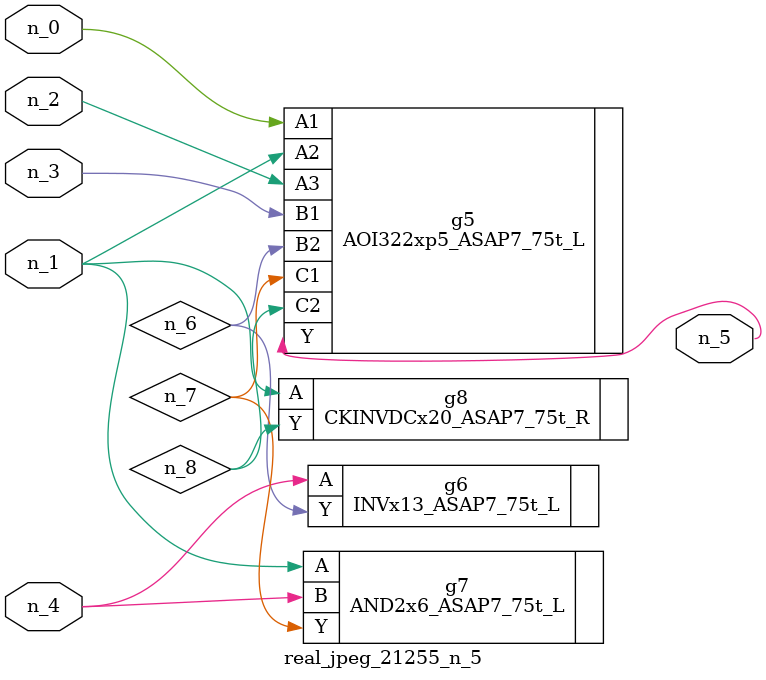
<source format=v>
module real_jpeg_21255_n_5 (n_4, n_0, n_1, n_2, n_3, n_5);

input n_4;
input n_0;
input n_1;
input n_2;
input n_3;

output n_5;

wire n_8;
wire n_6;
wire n_7;

AOI322xp5_ASAP7_75t_L g5 ( 
.A1(n_0),
.A2(n_1),
.A3(n_2),
.B1(n_3),
.B2(n_6),
.C1(n_7),
.C2(n_8),
.Y(n_5)
);

AND2x6_ASAP7_75t_L g7 ( 
.A(n_1),
.B(n_4),
.Y(n_7)
);

CKINVDCx20_ASAP7_75t_R g8 ( 
.A(n_1),
.Y(n_8)
);

INVx13_ASAP7_75t_L g6 ( 
.A(n_4),
.Y(n_6)
);


endmodule
</source>
